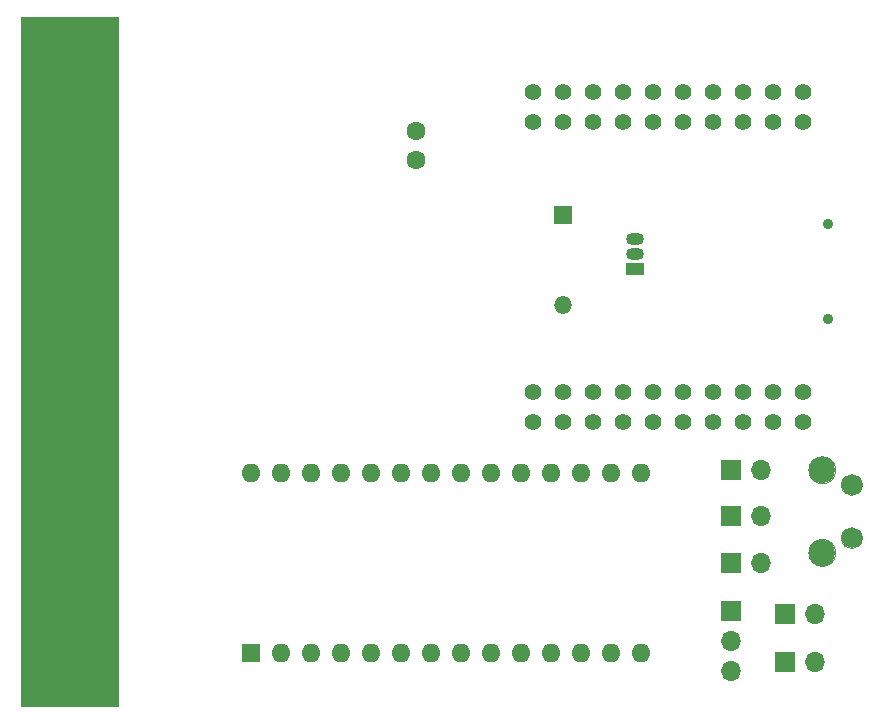
<source format=gbr>
G04 #@! TF.GenerationSoftware,KiCad,Pcbnew,7.0.10-7.0.10~ubuntu20.04.1*
G04 #@! TF.CreationDate,2024-02-18T22:33:17+01:00*
G04 #@! TF.ProjectId,ESP32Hardware,45535033-3248-4617-9264-776172652e6b,rev?*
G04 #@! TF.SameCoordinates,Original*
G04 #@! TF.FileFunction,Soldermask,Bot*
G04 #@! TF.FilePolarity,Negative*
%FSLAX46Y46*%
G04 Gerber Fmt 4.6, Leading zero omitted, Abs format (unit mm)*
G04 Created by KiCad (PCBNEW 7.0.10-7.0.10~ubuntu20.04.1) date 2024-02-18 22:33:17*
%MOMM*%
%LPD*%
G01*
G04 APERTURE LIST*
%ADD10C,0.100000*%
%ADD11R,1.500000X1.050000*%
%ADD12O,1.500000X1.050000*%
%ADD13R,8.300000X58.420000*%
%ADD14R,8.000000X1.524000*%
%ADD15C,2.200000*%
%ADD16C,1.700000*%
%ADD17R,1.600000X1.600000*%
%ADD18O,1.600000X1.600000*%
%ADD19R,1.500000X1.500000*%
%ADD20O,1.500000X1.500000*%
%ADD21R,1.700000X1.700000*%
%ADD22O,1.700000X1.700000*%
%ADD23C,1.600000*%
%ADD24C,1.400000*%
%ADD25C,0.900000*%
G04 APERTURE END LIST*
D10*
X164598000Y-112578000D02*
G75*
G03*
X162312000Y-112578000I-1143000J0D01*
G01*
X162312000Y-112578000D02*
G75*
G03*
X164598000Y-112578000I1143000J0D01*
G01*
X166844000Y-113828000D02*
G75*
G03*
X165066000Y-113828000I-889000J0D01*
G01*
X165066000Y-113828000D02*
G75*
G03*
X166844000Y-113828000I889000J0D01*
G01*
X166844000Y-118328000D02*
G75*
G03*
X165066000Y-118328000I-889000J0D01*
G01*
X165066000Y-118328000D02*
G75*
G03*
X166844000Y-118328000I889000J0D01*
G01*
X164598000Y-119578000D02*
G75*
G03*
X162312000Y-119578000I-1143000J0D01*
G01*
X162312000Y-119578000D02*
G75*
G03*
X164598000Y-119578000I1143000J0D01*
G01*
D11*
X147574000Y-95504000D03*
D12*
X147574000Y-94234000D03*
X147574000Y-92964000D03*
D13*
X99764000Y-103390000D03*
D14*
X99892274Y-76720000D03*
X99892274Y-79260000D03*
X99892274Y-81800000D03*
X99892274Y-84340000D03*
X99892274Y-86880000D03*
X99892274Y-89420000D03*
X99892274Y-91960000D03*
X99892274Y-94500000D03*
X99892274Y-97040000D03*
X99892274Y-99580000D03*
X99892274Y-102120000D03*
X99892274Y-104660000D03*
X99892274Y-107200000D03*
X99892274Y-109740000D03*
X99892274Y-112280000D03*
X99892274Y-114820000D03*
X99892274Y-117360000D03*
X99892274Y-119900000D03*
X99892274Y-122440000D03*
X99892274Y-124980000D03*
X99892274Y-127520000D03*
X99892274Y-130060000D03*
D15*
X163455000Y-112578000D03*
X163455000Y-119578000D03*
D16*
X165955000Y-113828000D03*
X165955000Y-118328000D03*
D17*
X115072000Y-128021000D03*
D18*
X117612000Y-128021000D03*
X120152000Y-128021000D03*
X122692000Y-128021000D03*
X125232000Y-128021000D03*
X127772000Y-128021000D03*
X130312000Y-128021000D03*
X132852000Y-128021000D03*
X135392000Y-128021000D03*
X137932000Y-128021000D03*
X140472000Y-128021000D03*
X143012000Y-128021000D03*
X145552000Y-128021000D03*
X148092000Y-128021000D03*
X148092000Y-112781000D03*
X145552000Y-112781000D03*
X143012000Y-112781000D03*
X140472000Y-112781000D03*
X137932000Y-112781000D03*
X135392000Y-112781000D03*
X132852000Y-112781000D03*
X130312000Y-112781000D03*
X127772000Y-112781000D03*
X125232000Y-112781000D03*
X122692000Y-112781000D03*
X120152000Y-112781000D03*
X117612000Y-112781000D03*
X115072000Y-112781000D03*
D19*
X141478000Y-90927000D03*
D20*
X141478000Y-98547000D03*
D21*
X155702000Y-116459000D03*
D22*
X158242000Y-116459000D03*
D23*
X129032000Y-86340000D03*
X129032000Y-83840000D03*
D24*
X161798000Y-80518000D03*
X161798000Y-83058000D03*
X159258000Y-80518000D03*
X159258000Y-83058000D03*
X156718000Y-80518000D03*
X156718000Y-83058000D03*
X154178000Y-80518000D03*
X154178000Y-83058000D03*
X151638000Y-80518000D03*
X151638000Y-83058000D03*
X149098000Y-80518000D03*
X149098000Y-83058000D03*
X146558000Y-80518000D03*
X146558000Y-83058000D03*
X144018000Y-80518000D03*
X144018000Y-83058000D03*
X141478000Y-80518000D03*
X141478000Y-83058000D03*
X138938000Y-80518000D03*
X138938000Y-83058000D03*
X161798000Y-105918000D03*
X161798000Y-108458000D03*
X159258000Y-105918000D03*
X159258000Y-108458000D03*
X156718000Y-105918000D03*
X156718000Y-108458000D03*
X154178000Y-105918000D03*
X154178000Y-108458000D03*
X151638000Y-105918000D03*
X151638000Y-108458000D03*
X149098000Y-105918000D03*
X149098000Y-108458000D03*
X146558000Y-105918000D03*
X146558000Y-108458000D03*
X144018000Y-105918000D03*
X144018000Y-108458000D03*
X141478000Y-105918000D03*
X141478000Y-108458000D03*
X138938000Y-105918000D03*
X138938000Y-108458000D03*
D21*
X155702000Y-120396000D03*
D22*
X158242000Y-120396000D03*
D21*
X155702000Y-124460000D03*
D22*
X155702000Y-127000000D03*
X155702000Y-129540000D03*
D21*
X160274000Y-128778000D03*
D22*
X162814000Y-128778000D03*
D21*
X155697000Y-112522000D03*
D22*
X158237000Y-112522000D03*
D21*
X160269000Y-124714000D03*
D22*
X162809000Y-124714000D03*
D25*
X163930545Y-91742968D03*
X163930545Y-99742968D03*
M02*

</source>
